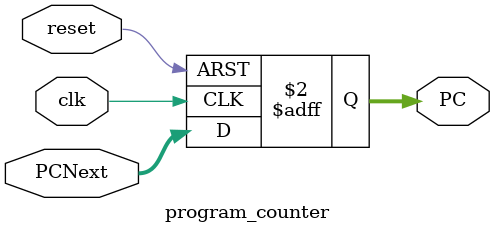
<source format=sv>
`timescale 1ns / 1ps

module program_counter(
    input  logic        clk, reset,
    input  logic [31:0] PCNext,
    output logic [31:0] PC
);

always_ff @(posedge clk or posedge reset) begin
    if (reset)
        PC <= 32'h00000000;
    else
        PC <= PCNext;
end

endmodule
</source>
